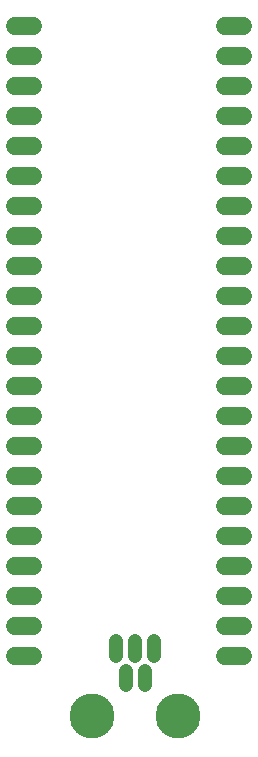
<source format=gbl>
G75*
G70*
%OFA0B0*%
%FSLAX24Y24*%
%IPPOS*%
%LPD*%
%AMOC8*
5,1,8,0,0,1.08239X$1,22.5*
%
%ADD10C,0.0600*%
%ADD11C,0.1500*%
%ADD12C,0.0476*%
D10*
X000610Y004781D02*
X001210Y004781D01*
X001210Y005781D02*
X000610Y005781D01*
X000610Y006781D02*
X001210Y006781D01*
X001210Y007781D02*
X000610Y007781D01*
X000610Y008781D02*
X001210Y008781D01*
X001210Y009781D02*
X000610Y009781D01*
X000610Y010781D02*
X001210Y010781D01*
X001210Y011781D02*
X000610Y011781D01*
X000610Y012781D02*
X001210Y012781D01*
X001210Y013781D02*
X000610Y013781D01*
X000610Y014781D02*
X001210Y014781D01*
X001210Y015781D02*
X000610Y015781D01*
X000610Y016781D02*
X001210Y016781D01*
X001210Y017781D02*
X000610Y017781D01*
X000610Y018781D02*
X001210Y018781D01*
X001210Y019781D02*
X000610Y019781D01*
X000610Y020781D02*
X001210Y020781D01*
X001210Y021781D02*
X000610Y021781D01*
X000610Y022781D02*
X001210Y022781D01*
X001210Y023781D02*
X000610Y023781D01*
X000610Y024781D02*
X001210Y024781D01*
X001210Y025781D02*
X000610Y025781D01*
X007610Y025781D02*
X008210Y025781D01*
X008210Y024781D02*
X007610Y024781D01*
X007610Y023781D02*
X008210Y023781D01*
X008210Y022781D02*
X007610Y022781D01*
X007610Y021781D02*
X008210Y021781D01*
X008210Y020781D02*
X007610Y020781D01*
X007610Y019781D02*
X008210Y019781D01*
X008210Y018781D02*
X007610Y018781D01*
X007610Y017781D02*
X008210Y017781D01*
X008210Y016781D02*
X007610Y016781D01*
X007610Y015781D02*
X008210Y015781D01*
X008210Y014781D02*
X007610Y014781D01*
X007610Y013781D02*
X008210Y013781D01*
X008210Y012781D02*
X007610Y012781D01*
X007610Y011781D02*
X008210Y011781D01*
X008210Y010781D02*
X007610Y010781D01*
X007610Y009781D02*
X008210Y009781D01*
X008210Y008781D02*
X007610Y008781D01*
X007610Y007781D02*
X008210Y007781D01*
X008210Y006781D02*
X007610Y006781D01*
X007610Y005781D02*
X008210Y005781D01*
X008210Y004781D02*
X007610Y004781D01*
D11*
X006047Y002780D03*
X003173Y002780D03*
D12*
X003980Y004808D02*
X003980Y005283D01*
X004295Y004296D02*
X004295Y003820D01*
X004610Y004808D02*
X004610Y005283D01*
X004925Y004296D02*
X004925Y003820D01*
X005240Y004808D02*
X005240Y005283D01*
M02*

</source>
